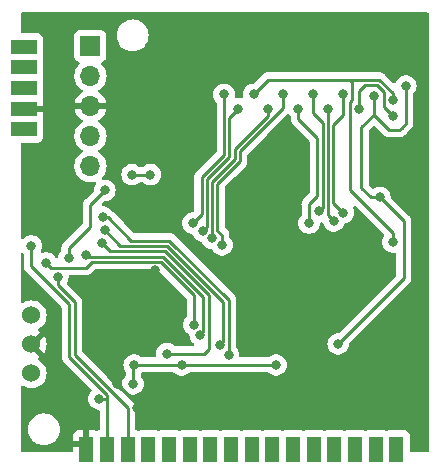
<source format=gbr>
%TF.GenerationSoftware,KiCad,Pcbnew,7.0.5*%
%TF.CreationDate,2024-02-13T07:46:18-05:00*%
%TF.ProjectId,N64SP PCB,4e363453-5020-4504-9342-2e6b69636164,rev?*%
%TF.SameCoordinates,Original*%
%TF.FileFunction,Copper,L2,Bot*%
%TF.FilePolarity,Positive*%
%FSLAX46Y46*%
G04 Gerber Fmt 4.6, Leading zero omitted, Abs format (unit mm)*
G04 Created by KiCad (PCBNEW 7.0.5) date 2024-02-13 07:46:18*
%MOMM*%
%LPD*%
G01*
G04 APERTURE LIST*
%TA.AperFunction,ComponentPad*%
%ADD10R,1.250000X1.250000*%
%TD*%
%TA.AperFunction,ComponentPad*%
%ADD11C,1.524000*%
%TD*%
%TA.AperFunction,ComponentPad*%
%ADD12R,1.700000X1.700000*%
%TD*%
%TA.AperFunction,ComponentPad*%
%ADD13O,1.700000X1.700000*%
%TD*%
%TA.AperFunction,ViaPad*%
%ADD14C,0.800000*%
%TD*%
%TA.AperFunction,Conductor*%
%ADD15C,0.250000*%
%TD*%
G04 APERTURE END LIST*
D10*
%TO.P,TP1,1*%
%TO.N,GND*%
X111150000Y-42000000D03*
X110150000Y-42000000D03*
%TD*%
%TO.P,TP2,1*%
%TO.N,3V3*%
X111150000Y-43750000D03*
X110150000Y-43750000D03*
%TD*%
%TO.P,TP3,1*%
%TO.N,DATA*%
X111150000Y-36750000D03*
X110150000Y-36750000D03*
%TD*%
%TO.P,TP4,1*%
%TO.N,A*%
X133450000Y-70350000D03*
X133450000Y-71350000D03*
%TD*%
%TO.P,TP5,1*%
%TO.N,B*%
X138700000Y-70350000D03*
X138700000Y-71350000D03*
%TD*%
%TO.P,TP6,1*%
%TO.N,S*%
X131700000Y-70350000D03*
X131700000Y-71350000D03*
%TD*%
%TO.P,TP8,1*%
%TO.N,R*%
X111150000Y-38500000D03*
X110150000Y-38500000D03*
%TD*%
%TO.P,TP10,1*%
%TO.N,CL*%
X140450000Y-70350000D03*
X140450000Y-71350000D03*
%TD*%
%TO.P,TP11,1*%
%TO.N,CR*%
X136950000Y-70350000D03*
X136950000Y-71350000D03*
%TD*%
%TO.P,TP12,1*%
%TO.N,CU*%
X142200000Y-70350000D03*
X142200000Y-71350000D03*
%TD*%
%TO.P,TP13,1*%
%TO.N,CD*%
X135200000Y-70350000D03*
X135200000Y-71350000D03*
%TD*%
%TO.P,TP14,1*%
%TO.N,DL*%
X128200000Y-70350000D03*
X128200000Y-71350000D03*
%TD*%
%TO.P,TP15,1*%
%TO.N,DR*%
X124700000Y-70350000D03*
X124700000Y-71350000D03*
%TD*%
%TO.P,TP16,1*%
%TO.N,DU*%
X126450000Y-70350000D03*
X126450000Y-71350000D03*
%TD*%
%TO.P,TP17,1*%
%TO.N,DD*%
X129950000Y-70350000D03*
X129950000Y-71350000D03*
%TD*%
%TO.P,TP18,1*%
%TO.N,SX*%
X121200000Y-70350000D03*
X121200000Y-71350000D03*
%TD*%
%TO.P,TP19,1*%
%TO.N,SY*%
X119450000Y-70350000D03*
X119450000Y-71350000D03*
%TD*%
D11*
%TO.P,Y1,1*%
%TO.N,OSC1*%
X111300000Y-64400000D03*
%TO.P,Y1,2*%
%TO.N,Net-(R1-Pad1)*%
X111300000Y-59500000D03*
%TO.P,Y1,3*%
%TO.N,GND*%
X111300000Y-61950000D03*
%TD*%
D10*
%TO.P,TP9,1*%
%TO.N,Z*%
X111150000Y-40250000D03*
X110150000Y-40250000D03*
%TD*%
%TO.P,TP7,1*%
%TO.N,L*%
X122950000Y-70350000D03*
X122950000Y-71350000D03*
%TD*%
%TO.P,TP20,1*%
%TO.N,GND*%
X115950000Y-70350000D03*
X115950000Y-71350000D03*
%TD*%
%TO.P,TP21,1*%
%TO.N,3V3*%
X117700000Y-70350000D03*
X117700000Y-71350000D03*
%TD*%
D12*
%TO.P,J2,1*%
%TO.N,MCLR*%
X116290000Y-36700000D03*
D13*
%TO.P,J2,2*%
%TO.N,3V3*%
X116290000Y-39240000D03*
%TO.P,J2,3*%
%TO.N,GND*%
X116290000Y-41780000D03*
%TO.P,J2,4*%
%TO.N,Net-(J2-Pad4)*%
X116290000Y-44320000D03*
%TO.P,J2,5*%
%TO.N,Net-(J2-Pad5)*%
X116290000Y-46860000D03*
%TD*%
D14*
%TO.N,MCLR*%
X114460000Y-54660000D03*
X117510000Y-48910000D03*
%TO.N,3V3*%
X117010000Y-66590000D03*
X111290000Y-53610000D03*
X120000000Y-63700000D03*
X132000000Y-63700000D03*
X140300000Y-40900000D03*
X119900000Y-65300000D03*
X142990000Y-40070000D03*
X137260000Y-61930000D03*
X124010000Y-63700000D03*
X140800000Y-49500000D03*
%TO.N,GND*%
X141000000Y-63700000D03*
X142800000Y-46200000D03*
X121800000Y-57700000D03*
X111260000Y-56730000D03*
X111290000Y-49710000D03*
X121800000Y-59800000D03*
X140000000Y-63700000D03*
X123700000Y-36900000D03*
X144000000Y-49300000D03*
X120500000Y-49800000D03*
X120230000Y-67350000D03*
X121800000Y-55700000D03*
X118500000Y-65300000D03*
X114810000Y-66600000D03*
%TO.N,R*%
X119820001Y-47590000D03*
X121375000Y-47580000D03*
%TO.N,SX*%
X122765000Y-62730000D03*
X117250000Y-53400000D03*
%TO.N,SY*%
X113540000Y-56230000D03*
%TO.N,DQ6*%
X124960000Y-51695030D03*
X127600000Y-40800000D03*
%TO.N,DQ7*%
X125800000Y-52360000D03*
X128800000Y-42000000D03*
%TO.N,A10*%
X131300000Y-42000000D03*
X126580870Y-52984696D03*
%TO.N,OE*%
X132600000Y-40800000D03*
X127430000Y-53530000D03*
%TO.N,XA*%
X117370000Y-51180000D03*
X127990000Y-62840000D03*
%TO.N,XB*%
X127265000Y-62020000D03*
X117489231Y-52293926D03*
%TO.N,YB*%
X115920000Y-54390000D03*
X125585000Y-61140000D03*
%TO.N,YA*%
X112543915Y-55048439D03*
X125059507Y-60289201D03*
%TO.N,A11*%
X134800000Y-51700000D03*
X133900000Y-42000000D03*
%TO.N,A9*%
X135100000Y-40800000D03*
X135675000Y-50700000D03*
%TO.N,A8*%
X136400000Y-42000000D03*
X136900000Y-51500000D03*
%TO.N,A13*%
X137700000Y-40800000D03*
X137700000Y-50800000D03*
%TO.N,WE*%
X139000000Y-42000000D03*
X141889990Y-42600000D03*
%TO.N,CE*%
X141900000Y-53300000D03*
X141900000Y-41300000D03*
X130100000Y-40800000D03*
%TD*%
D15*
%TO.N,MCLR*%
X114460000Y-53830000D02*
X114460000Y-54660000D01*
X116290000Y-50130000D02*
X116290000Y-52000000D01*
X116290000Y-52000000D02*
X114460000Y-53830000D01*
X117510000Y-48910000D02*
X116290000Y-50130000D01*
%TO.N,3V3*%
X142820000Y-56370000D02*
X142820000Y-51520000D01*
X139230000Y-48710000D02*
X139230000Y-43570000D01*
X111290000Y-55350000D02*
X111290000Y-53610000D01*
X124010000Y-63700000D02*
X120000000Y-63700000D01*
X142990000Y-43250000D02*
X142635000Y-43605000D01*
X117700000Y-66610000D02*
X117700000Y-70350000D01*
X137260000Y-61930000D02*
X142820000Y-56370000D01*
X119900000Y-65300000D02*
X119900000Y-63800000D01*
X117680000Y-66590000D02*
X117700000Y-66610000D01*
X140020000Y-49500000D02*
X139230000Y-48710000D01*
X142440000Y-43800000D02*
X141600000Y-43800000D01*
X117700000Y-66610000D02*
X117700000Y-66209412D01*
X140300000Y-42500000D02*
X140300000Y-40900000D01*
X114509990Y-63019402D02*
X114509990Y-58569990D01*
X140800000Y-49500000D02*
X140020000Y-49500000D01*
X117010000Y-66590000D02*
X117680000Y-66590000D01*
X124010000Y-63700000D02*
X132000000Y-63700000D01*
X142990000Y-40070000D02*
X142990000Y-43250000D01*
X117700000Y-66209412D02*
X114509990Y-63019402D01*
X119900000Y-63800000D02*
X120000000Y-63700000D01*
X142635000Y-43605000D02*
X142440000Y-43800000D01*
X114509990Y-58569990D02*
X111290000Y-55350000D01*
X142820000Y-51520000D02*
X140800000Y-49500000D01*
X139230000Y-43570000D02*
X140300000Y-42500000D01*
X141600000Y-43800000D02*
X140300000Y-42500000D01*
%TO.N,GND*%
X118500000Y-65300000D02*
X119610000Y-66410000D01*
%TO.N,R*%
X119820001Y-47590000D02*
X121365000Y-47590000D01*
X121365000Y-47590000D02*
X121375000Y-47580000D01*
%TO.N,SX*%
X126310000Y-62350000D02*
X126310000Y-57782820D01*
X122765000Y-62730000D02*
X125930000Y-62730000D01*
X126310000Y-57782820D02*
X122602159Y-54074979D01*
X122602159Y-54074979D02*
X117924979Y-54074979D01*
X125930000Y-62730000D02*
X126310000Y-62350000D01*
X117924979Y-54074979D02*
X117250000Y-53400000D01*
%TO.N,SY*%
X114960000Y-62833002D02*
X119450000Y-67323002D01*
X119450000Y-67323002D02*
X119450000Y-70350000D01*
X113540000Y-56230000D02*
X113540000Y-56963590D01*
X114960000Y-58383590D02*
X114960000Y-62833002D01*
X113540000Y-56963590D02*
X114960000Y-58383590D01*
%TO.N,DQ6*%
X124960000Y-51695030D02*
X125700000Y-50955030D01*
X125700000Y-49230000D02*
X125700000Y-47800000D01*
X127600000Y-45900000D02*
X127600000Y-40800000D01*
X125700000Y-50955030D02*
X125700000Y-50610000D01*
X125700000Y-47800000D02*
X127600000Y-45900000D01*
X125700000Y-49400000D02*
X125700000Y-49230000D01*
X125700000Y-49230000D02*
X125700000Y-50610000D01*
%TO.N,DQ7*%
X126150010Y-52009990D02*
X125800000Y-52360000D01*
X128800000Y-42000000D02*
X128050010Y-42749990D01*
X126150010Y-47986400D02*
X126150010Y-52009990D01*
X128050010Y-42749990D02*
X128050010Y-46086400D01*
X128050010Y-46086400D02*
X126150010Y-47986400D01*
%TO.N,A10*%
X128500020Y-45399980D02*
X131300000Y-42600000D01*
X126600020Y-52965546D02*
X126580870Y-52984696D01*
X126600020Y-48172800D02*
X128500020Y-46272800D01*
X131300000Y-42600000D02*
X131300000Y-42000000D01*
X126600020Y-49772800D02*
X126600020Y-48172800D01*
X126600020Y-49772800D02*
X126600020Y-52965546D01*
X128500020Y-46272800D02*
X128500020Y-45399980D01*
%TO.N,OE*%
X127430000Y-52700000D02*
X127430000Y-53530000D01*
X127050029Y-52320029D02*
X127430000Y-52700000D01*
X128950029Y-46459201D02*
X127050030Y-48359200D01*
X127050030Y-48359200D02*
X127050029Y-52320029D01*
X132600000Y-40800000D02*
X132600000Y-41936410D01*
X132600000Y-41936410D02*
X128950030Y-45586380D01*
X128950030Y-45586380D02*
X128950029Y-46459201D01*
%TO.N,XA*%
X122974959Y-53174959D02*
X119734959Y-53174959D01*
X117740000Y-51180000D02*
X117370000Y-51180000D01*
X119734959Y-53174959D02*
X117740000Y-51180000D01*
X127990000Y-58190000D02*
X122974959Y-53174959D01*
X127990000Y-62840000D02*
X127990000Y-58190000D01*
%TO.N,XB*%
X118820274Y-53624969D02*
X117489231Y-52293926D01*
X127539990Y-61745010D02*
X127539990Y-58376400D01*
X127539990Y-58376400D02*
X122788559Y-53624969D01*
X127265000Y-62020000D02*
X127539990Y-61745010D01*
X122788559Y-53624969D02*
X118820274Y-53624969D01*
%TO.N,YB*%
X125859990Y-57969220D02*
X122415759Y-54524989D01*
X116054989Y-54524989D02*
X115920000Y-54390000D01*
X122415759Y-54524989D02*
X116054989Y-54524989D01*
X125859990Y-60865010D02*
X125859990Y-57969220D01*
X125585000Y-61140000D02*
X125859990Y-60865010D01*
%TO.N,YA*%
X116408003Y-54974999D02*
X115934564Y-55448438D01*
X122229359Y-54974999D02*
X116408003Y-54974999D01*
X125059507Y-57805147D02*
X122229359Y-54974999D01*
X115934564Y-55448438D02*
X112943914Y-55448438D01*
X125059507Y-60289201D02*
X125059507Y-57805147D01*
X112943914Y-55448438D02*
X112543915Y-55048439D01*
%TO.N,A11*%
X133900000Y-42900000D02*
X133900000Y-42000000D01*
X135499980Y-49400020D02*
X135499980Y-44499980D01*
X134800000Y-51700000D02*
X134800000Y-50100000D01*
X135499980Y-44499980D02*
X133900000Y-42900000D01*
X134800000Y-50100000D02*
X135499980Y-49400020D01*
%TO.N,A9*%
X135949990Y-43249990D02*
X135949990Y-50425010D01*
X135100000Y-42400000D02*
X135949990Y-43249990D01*
X135949990Y-50425010D02*
X135675000Y-50700000D01*
X135100000Y-40800000D02*
X135100000Y-42400000D01*
%TO.N,A8*%
X136900000Y-51500000D02*
X136400000Y-51000000D01*
X136400000Y-51000000D02*
X136400000Y-42000000D01*
%TO.N,A13*%
X137700000Y-50800000D02*
X136850010Y-49950010D01*
X137700000Y-42500000D02*
X137700000Y-40800000D01*
X136850010Y-49950010D02*
X136850010Y-43349990D01*
X136850010Y-43349990D02*
X137700000Y-42500000D01*
%TO.N,WE*%
X139500000Y-40000000D02*
X140549998Y-40000000D01*
X139000000Y-40500000D02*
X139500000Y-40000000D01*
X140549998Y-40000000D02*
X141174999Y-40625001D01*
X141174999Y-41885009D02*
X141889990Y-42600000D01*
X139000000Y-42000000D02*
X139000000Y-40500000D01*
X141174999Y-40625001D02*
X141174999Y-41885009D01*
%TO.N,CE*%
X141900000Y-52550000D02*
X138274999Y-48924999D01*
X141900000Y-53300000D02*
X141900000Y-52550000D01*
X138274999Y-41405001D02*
X138425001Y-41254999D01*
X138250010Y-39549990D02*
X131350010Y-39549990D01*
X138425001Y-39724981D02*
X138250010Y-39549990D01*
X138274999Y-48924999D02*
X138274999Y-41405001D01*
X140749990Y-39549990D02*
X138250010Y-39549990D01*
X131350010Y-39549990D02*
X130100000Y-40800000D01*
X141900000Y-40700000D02*
X140749990Y-39549990D01*
X141900000Y-41300000D02*
X141900000Y-40700000D01*
X138425001Y-41254999D02*
X138425001Y-39724981D01*
%TD*%
%TA.AperFunction,Conductor*%
%TO.N,GND*%
G36*
X110609011Y-54212857D02*
G01*
X110620129Y-54223764D01*
X110624131Y-54228209D01*
X110654852Y-54292213D01*
X110656500Y-54312524D01*
X110656500Y-55266146D01*
X110654751Y-55281988D01*
X110655044Y-55282016D01*
X110654298Y-55289908D01*
X110656469Y-55358974D01*
X110656500Y-55360953D01*
X110656500Y-55389851D01*
X110656501Y-55389872D01*
X110657378Y-55396820D01*
X110657844Y-55402732D01*
X110659326Y-55449888D01*
X110659327Y-55449893D01*
X110664977Y-55469339D01*
X110668986Y-55488697D01*
X110671525Y-55508793D01*
X110671526Y-55508799D01*
X110688893Y-55552662D01*
X110690816Y-55558279D01*
X110703982Y-55603593D01*
X110714294Y-55621031D01*
X110722988Y-55638779D01*
X110730444Y-55657609D01*
X110730450Y-55657620D01*
X110758177Y-55695783D01*
X110761437Y-55700746D01*
X110785460Y-55741365D01*
X110799779Y-55755684D01*
X110812617Y-55770714D01*
X110822156Y-55783843D01*
X110824528Y-55787107D01*
X110852794Y-55810491D01*
X110860886Y-55817185D01*
X110865267Y-55821171D01*
X112762908Y-57718812D01*
X113839585Y-58795489D01*
X113873611Y-58857801D01*
X113876490Y-58884584D01*
X113876490Y-62935548D01*
X113874741Y-62951390D01*
X113875034Y-62951418D01*
X113874288Y-62959310D01*
X113876459Y-63028376D01*
X113876490Y-63030355D01*
X113876490Y-63059253D01*
X113876491Y-63059274D01*
X113877368Y-63066222D01*
X113877834Y-63072134D01*
X113879316Y-63119290D01*
X113879317Y-63119295D01*
X113884967Y-63138741D01*
X113888976Y-63158099D01*
X113891515Y-63178195D01*
X113891516Y-63178201D01*
X113908883Y-63222064D01*
X113910806Y-63227681D01*
X113923972Y-63272995D01*
X113934284Y-63290433D01*
X113942978Y-63308181D01*
X113950434Y-63327011D01*
X113950440Y-63327022D01*
X113978167Y-63365185D01*
X113981427Y-63370148D01*
X114005450Y-63410767D01*
X114019769Y-63425086D01*
X114032607Y-63440116D01*
X114042146Y-63453245D01*
X114044518Y-63456509D01*
X114072784Y-63479893D01*
X114080876Y-63486587D01*
X114085257Y-63490573D01*
X115240525Y-64645841D01*
X116364928Y-65770244D01*
X116398954Y-65832556D01*
X116393889Y-65903371D01*
X116369470Y-65943649D01*
X116270961Y-66053054D01*
X116270958Y-66053058D01*
X116175476Y-66218438D01*
X116175473Y-66218445D01*
X116116457Y-66400072D01*
X116096496Y-66590000D01*
X116116457Y-66779927D01*
X116139815Y-66851814D01*
X116175473Y-66961556D01*
X116175476Y-66961561D01*
X116270958Y-67126941D01*
X116270965Y-67126951D01*
X116398744Y-67268864D01*
X116418410Y-67283152D01*
X116553248Y-67381118D01*
X116727712Y-67458794D01*
X116914513Y-67498500D01*
X116940500Y-67498500D01*
X117008621Y-67518502D01*
X117055114Y-67572158D01*
X117066500Y-67624500D01*
X117066500Y-69099518D01*
X117046498Y-69167639D01*
X116992842Y-69214132D01*
X116969488Y-69222138D01*
X116965805Y-69223008D01*
X116868316Y-69259370D01*
X116797500Y-69264434D01*
X116780252Y-69259370D01*
X116684094Y-69223505D01*
X116623597Y-69217000D01*
X116204000Y-69217000D01*
X116204000Y-70064892D01*
X116133843Y-70010287D01*
X116013578Y-69969000D01*
X115918431Y-69969000D01*
X115824579Y-69984661D01*
X115712749Y-70045180D01*
X115696000Y-70063374D01*
X115696000Y-69217000D01*
X115276402Y-69217000D01*
X115215906Y-69223505D01*
X115079035Y-69274555D01*
X115079034Y-69274555D01*
X114962095Y-69362095D01*
X114874555Y-69479034D01*
X114874555Y-69479035D01*
X114823505Y-69615906D01*
X114817000Y-69676402D01*
X114817000Y-70096000D01*
X115665966Y-70096000D01*
X115626629Y-70138731D01*
X115575552Y-70255177D01*
X115565051Y-70381898D01*
X115596266Y-70505162D01*
X115660840Y-70604000D01*
X114817000Y-70604000D01*
X114817000Y-70973500D01*
X114796998Y-71041621D01*
X114743342Y-71088114D01*
X114691000Y-71099500D01*
X110526500Y-71099500D01*
X110458379Y-71079498D01*
X110411886Y-71025842D01*
X110400500Y-70973500D01*
X110400500Y-69149999D01*
X111004341Y-69149999D01*
X111024937Y-69385411D01*
X111086096Y-69613661D01*
X111086098Y-69613665D01*
X111185966Y-69827832D01*
X111321498Y-70021392D01*
X111321502Y-70021397D01*
X111321505Y-70021401D01*
X111488599Y-70188495D01*
X111488603Y-70188498D01*
X111488607Y-70188501D01*
X111682167Y-70324033D01*
X111682166Y-70324033D01*
X111758304Y-70359537D01*
X111896337Y-70423903D01*
X112124592Y-70485063D01*
X112301034Y-70500500D01*
X112301041Y-70500500D01*
X112418959Y-70500500D01*
X112418966Y-70500500D01*
X112595408Y-70485063D01*
X112823663Y-70423903D01*
X113037829Y-70324035D01*
X113231401Y-70188495D01*
X113398495Y-70021401D01*
X113534035Y-69827830D01*
X113633903Y-69613663D01*
X113695063Y-69385408D01*
X113715659Y-69150000D01*
X113695063Y-68914592D01*
X113633903Y-68686337D01*
X113534035Y-68472171D01*
X113534034Y-68472169D01*
X113534033Y-68472167D01*
X113398501Y-68278607D01*
X113398497Y-68278602D01*
X113398495Y-68278599D01*
X113231401Y-68111505D01*
X113231397Y-68111502D01*
X113231392Y-68111498D01*
X113037832Y-67975966D01*
X113037833Y-67975966D01*
X112823665Y-67876098D01*
X112823661Y-67876096D01*
X112595411Y-67814937D01*
X112542475Y-67810305D01*
X112418966Y-67799500D01*
X112301034Y-67799500D01*
X112188752Y-67809323D01*
X112124588Y-67814937D01*
X111896338Y-67876096D01*
X111896334Y-67876098D01*
X111682167Y-67975966D01*
X111488607Y-68111498D01*
X111488596Y-68111507D01*
X111321507Y-68278596D01*
X111321502Y-68278602D01*
X111185965Y-68472169D01*
X111086098Y-68686334D01*
X111086096Y-68686338D01*
X111024937Y-68914588D01*
X111004341Y-69149999D01*
X110400500Y-69149999D01*
X110400499Y-65563200D01*
X110420501Y-65495079D01*
X110474157Y-65448586D01*
X110544431Y-65438482D01*
X110598768Y-65459986D01*
X110662323Y-65504488D01*
X110863804Y-65598440D01*
X111078537Y-65655978D01*
X111300000Y-65675353D01*
X111521463Y-65655978D01*
X111736196Y-65598440D01*
X111937677Y-65504488D01*
X112119781Y-65376977D01*
X112276977Y-65219781D01*
X112404488Y-65037677D01*
X112498440Y-64836196D01*
X112555978Y-64621463D01*
X112575353Y-64400000D01*
X112555978Y-64178537D01*
X112498440Y-63963804D01*
X112404488Y-63762324D01*
X112276977Y-63580219D01*
X112119781Y-63423023D01*
X112119777Y-63423020D01*
X112119772Y-63423016D01*
X111937677Y-63295512D01*
X111937671Y-63295509D01*
X111923534Y-63288916D01*
X111870250Y-63241997D01*
X111850792Y-63173719D01*
X111871336Y-63105760D01*
X111923544Y-63060526D01*
X111937421Y-63054055D01*
X111937426Y-63054052D01*
X112000603Y-63009814D01*
X112000603Y-63009812D01*
X111321791Y-62331000D01*
X111331569Y-62331000D01*
X111425421Y-62315339D01*
X111537251Y-62254820D01*
X111623371Y-62161269D01*
X111674448Y-62044823D01*
X111680538Y-61971329D01*
X112359812Y-62650603D01*
X112359814Y-62650603D01*
X112404052Y-62587426D01*
X112404053Y-62587425D01*
X112497966Y-62386027D01*
X112497968Y-62386023D01*
X112555482Y-62171374D01*
X112574850Y-61949999D01*
X112555482Y-61728625D01*
X112497968Y-61513976D01*
X112497966Y-61513972D01*
X112404051Y-61312571D01*
X112359815Y-61249395D01*
X112359813Y-61249395D01*
X111684392Y-61924816D01*
X111684949Y-61918102D01*
X111653734Y-61794838D01*
X111584187Y-61688388D01*
X111483843Y-61610287D01*
X111363578Y-61569000D01*
X111321789Y-61569000D01*
X112000603Y-60890186D01*
X112000603Y-60890184D01*
X111937425Y-60845946D01*
X111937421Y-60845944D01*
X111923539Y-60839471D01*
X111870253Y-60792554D01*
X111850792Y-60724277D01*
X111871334Y-60656317D01*
X111923539Y-60611081D01*
X111937671Y-60604491D01*
X111937672Y-60604490D01*
X111937677Y-60604488D01*
X112119781Y-60476977D01*
X112276977Y-60319781D01*
X112404488Y-60137677D01*
X112498440Y-59936196D01*
X112555978Y-59721463D01*
X112575353Y-59500000D01*
X112555978Y-59278537D01*
X112498440Y-59063804D01*
X112404488Y-58862324D01*
X112276977Y-58680219D01*
X112119781Y-58523023D01*
X112119777Y-58523020D01*
X112119772Y-58523016D01*
X111937677Y-58395512D01*
X111937675Y-58395511D01*
X111736199Y-58301561D01*
X111736193Y-58301559D01*
X111669538Y-58283699D01*
X111521463Y-58244022D01*
X111300000Y-58224647D01*
X111078537Y-58244022D01*
X111003031Y-58264254D01*
X110863806Y-58301559D01*
X110863801Y-58301561D01*
X110662324Y-58395511D01*
X110598769Y-58440013D01*
X110531495Y-58462700D01*
X110462634Y-58445414D01*
X110414051Y-58393644D01*
X110400499Y-58336799D01*
X110400499Y-56221110D01*
X110400499Y-54308077D01*
X110420501Y-54239960D01*
X110474157Y-54193467D01*
X110544431Y-54183363D01*
X110609011Y-54212857D01*
G37*
%TD.AperFunction*%
%TA.AperFunction,Conductor*%
G36*
X144891621Y-33870502D02*
G01*
X144938114Y-33924158D01*
X144949500Y-33976500D01*
X144949500Y-70973500D01*
X144929498Y-71041621D01*
X144875842Y-71088114D01*
X144823500Y-71099500D01*
X143459500Y-71099500D01*
X143391379Y-71079498D01*
X143344886Y-71025842D01*
X143333500Y-70973500D01*
X143333500Y-69676367D01*
X143333499Y-69676350D01*
X143326990Y-69615803D01*
X143326988Y-69615795D01*
X143275978Y-69479035D01*
X143275889Y-69478796D01*
X143275888Y-69478794D01*
X143275887Y-69478792D01*
X143188261Y-69361738D01*
X143071207Y-69274112D01*
X143071202Y-69274110D01*
X142934204Y-69223011D01*
X142934196Y-69223009D01*
X142873649Y-69216500D01*
X142873638Y-69216500D01*
X141526362Y-69216500D01*
X141526350Y-69216500D01*
X141465803Y-69223009D01*
X141465795Y-69223011D01*
X141369033Y-69259103D01*
X141298217Y-69264169D01*
X141280967Y-69259103D01*
X141184204Y-69223011D01*
X141184196Y-69223009D01*
X141123649Y-69216500D01*
X141123638Y-69216500D01*
X139776362Y-69216500D01*
X139776350Y-69216500D01*
X139715803Y-69223009D01*
X139715802Y-69223010D01*
X139715799Y-69223010D01*
X139715799Y-69223011D01*
X139619030Y-69259104D01*
X139548216Y-69264169D01*
X139530971Y-69259104D01*
X139434201Y-69223011D01*
X139434196Y-69223009D01*
X139373649Y-69216500D01*
X139373638Y-69216500D01*
X138026362Y-69216500D01*
X138026350Y-69216500D01*
X137965803Y-69223009D01*
X137965795Y-69223011D01*
X137869033Y-69259103D01*
X137798217Y-69264169D01*
X137780967Y-69259103D01*
X137684204Y-69223011D01*
X137684196Y-69223009D01*
X137623649Y-69216500D01*
X137623638Y-69216500D01*
X136276362Y-69216500D01*
X136276350Y-69216500D01*
X136215803Y-69223009D01*
X136215795Y-69223011D01*
X136119033Y-69259103D01*
X136048217Y-69264169D01*
X136030967Y-69259103D01*
X135934204Y-69223011D01*
X135934196Y-69223009D01*
X135873649Y-69216500D01*
X135873638Y-69216500D01*
X134526362Y-69216500D01*
X134526350Y-69216500D01*
X134465803Y-69223009D01*
X134465802Y-69223010D01*
X134465799Y-69223010D01*
X134465799Y-69223011D01*
X134369030Y-69259104D01*
X134298216Y-69264169D01*
X134280971Y-69259104D01*
X134184201Y-69223011D01*
X134184196Y-69223009D01*
X134123649Y-69216500D01*
X134123638Y-69216500D01*
X132776362Y-69216500D01*
X132776350Y-69216500D01*
X132715803Y-69223009D01*
X132715795Y-69223011D01*
X132619033Y-69259103D01*
X132548217Y-69264169D01*
X132530967Y-69259103D01*
X132434204Y-69223011D01*
X132434196Y-69223009D01*
X132373649Y-69216500D01*
X132373638Y-69216500D01*
X131026362Y-69216500D01*
X131026350Y-69216500D01*
X130965803Y-69223009D01*
X130965795Y-69223011D01*
X130869033Y-69259103D01*
X130798217Y-69264169D01*
X130780967Y-69259103D01*
X130684204Y-69223011D01*
X130684196Y-69223009D01*
X130623649Y-69216500D01*
X130623638Y-69216500D01*
X129276362Y-69216500D01*
X129276350Y-69216500D01*
X129215803Y-69223009D01*
X129215802Y-69223010D01*
X129215799Y-69223010D01*
X129215799Y-69223011D01*
X129119030Y-69259104D01*
X129048216Y-69264169D01*
X129030971Y-69259104D01*
X128934201Y-69223011D01*
X128934196Y-69223009D01*
X128873649Y-69216500D01*
X128873638Y-69216500D01*
X127526362Y-69216500D01*
X127526350Y-69216500D01*
X127465803Y-69223009D01*
X127465795Y-69223011D01*
X127369033Y-69259103D01*
X127298217Y-69264169D01*
X127280967Y-69259103D01*
X127184204Y-69223011D01*
X127184196Y-69223009D01*
X127123649Y-69216500D01*
X127123638Y-69216500D01*
X125776362Y-69216500D01*
X125776350Y-69216500D01*
X125715803Y-69223009D01*
X125715802Y-69223010D01*
X125715799Y-69223010D01*
X125715799Y-69223011D01*
X125619030Y-69259104D01*
X125548216Y-69264169D01*
X125530971Y-69259104D01*
X125434201Y-69223011D01*
X125434196Y-69223009D01*
X125373649Y-69216500D01*
X125373638Y-69216500D01*
X124026362Y-69216500D01*
X124026350Y-69216500D01*
X123965803Y-69223009D01*
X123965795Y-69223011D01*
X123869033Y-69259103D01*
X123798217Y-69264169D01*
X123780967Y-69259103D01*
X123684204Y-69223011D01*
X123684196Y-69223009D01*
X123623649Y-69216500D01*
X123623638Y-69216500D01*
X122276362Y-69216500D01*
X122276350Y-69216500D01*
X122215803Y-69223009D01*
X122215795Y-69223011D01*
X122119033Y-69259103D01*
X122048217Y-69264169D01*
X122030967Y-69259103D01*
X121934204Y-69223011D01*
X121934196Y-69223009D01*
X121873649Y-69216500D01*
X121873638Y-69216500D01*
X120526362Y-69216500D01*
X120526350Y-69216500D01*
X120465803Y-69223009D01*
X120465799Y-69223010D01*
X120369031Y-69259103D01*
X120298215Y-69264167D01*
X120280966Y-69259103D01*
X120184191Y-69223007D01*
X120180512Y-69222138D01*
X120177956Y-69220682D01*
X120176816Y-69220257D01*
X120176884Y-69220072D01*
X120118820Y-69187000D01*
X120085919Y-69124087D01*
X120083500Y-69099518D01*
X120083500Y-68278596D01*
X120083499Y-67406845D01*
X120085249Y-67391013D01*
X120084956Y-67390986D01*
X120085702Y-67383093D01*
X120083531Y-67314013D01*
X120083500Y-67312034D01*
X120083500Y-67283152D01*
X120083500Y-67283146D01*
X120082620Y-67276184D01*
X120082156Y-67270295D01*
X120080674Y-67223113D01*
X120075017Y-67203644D01*
X120071012Y-67184300D01*
X120068474Y-67164205D01*
X120051100Y-67120324D01*
X120049181Y-67114718D01*
X120036018Y-67069409D01*
X120025706Y-67051972D01*
X120017010Y-67034223D01*
X120009552Y-67015385D01*
X119981812Y-66977205D01*
X119978564Y-66972260D01*
X119954542Y-66931640D01*
X119940214Y-66917312D01*
X119927384Y-66902291D01*
X119915472Y-66885895D01*
X119915469Y-66885893D01*
X119915469Y-66885892D01*
X119879107Y-66855810D01*
X119874726Y-66851824D01*
X119330513Y-66307611D01*
X119296488Y-66245300D01*
X119301553Y-66174485D01*
X119344100Y-66117649D01*
X119410620Y-66092838D01*
X119470855Y-66103409D01*
X119617712Y-66168794D01*
X119804513Y-66208500D01*
X119995487Y-66208500D01*
X120182288Y-66168794D01*
X120356752Y-66091118D01*
X120511253Y-65978866D01*
X120511255Y-65978864D01*
X120639034Y-65836951D01*
X120639035Y-65836949D01*
X120639040Y-65836944D01*
X120734527Y-65671556D01*
X120793542Y-65489928D01*
X120813504Y-65300000D01*
X120793542Y-65110072D01*
X120734527Y-64928444D01*
X120639040Y-64763056D01*
X120565863Y-64681784D01*
X120535146Y-64617776D01*
X120533500Y-64597474D01*
X120533500Y-64499557D01*
X120553502Y-64431436D01*
X120585439Y-64397621D01*
X120611253Y-64378866D01*
X120614562Y-64375190D01*
X120675009Y-64337950D01*
X120708200Y-64333500D01*
X123301800Y-64333500D01*
X123369921Y-64353502D01*
X123395437Y-64375190D01*
X123398747Y-64378866D01*
X123553248Y-64491118D01*
X123727712Y-64568794D01*
X123914513Y-64608500D01*
X124105487Y-64608500D01*
X124292288Y-64568794D01*
X124466752Y-64491118D01*
X124621253Y-64378866D01*
X124624562Y-64375190D01*
X124685009Y-64337950D01*
X124718200Y-64333500D01*
X131291800Y-64333500D01*
X131359921Y-64353502D01*
X131385437Y-64375190D01*
X131388747Y-64378866D01*
X131543248Y-64491118D01*
X131717712Y-64568794D01*
X131904513Y-64608500D01*
X132095487Y-64608500D01*
X132282288Y-64568794D01*
X132456752Y-64491118D01*
X132611253Y-64378866D01*
X132739040Y-64236944D01*
X132834527Y-64071556D01*
X132893542Y-63889928D01*
X132913504Y-63700000D01*
X132893542Y-63510072D01*
X132834527Y-63328444D01*
X132739040Y-63163056D01*
X132739038Y-63163054D01*
X132739034Y-63163048D01*
X132611255Y-63021135D01*
X132456752Y-62908882D01*
X132282288Y-62831206D01*
X132095487Y-62791500D01*
X131904513Y-62791500D01*
X131717711Y-62831206D01*
X131543247Y-62908882D01*
X131388747Y-63021133D01*
X131385437Y-63024810D01*
X131324991Y-63062050D01*
X131291800Y-63066500D01*
X129019635Y-63066500D01*
X128951514Y-63046498D01*
X128905021Y-62992842D01*
X128894325Y-62927329D01*
X128903504Y-62840000D01*
X128883542Y-62650072D01*
X128824527Y-62468444D01*
X128729040Y-62303056D01*
X128685608Y-62254820D01*
X128655862Y-62221783D01*
X128625145Y-62157775D01*
X128623499Y-62137473D01*
X128623499Y-60289201D01*
X128623499Y-58273845D01*
X128625249Y-58258014D01*
X128624956Y-58257987D01*
X128625701Y-58250094D01*
X128625702Y-58250091D01*
X128623531Y-58181024D01*
X128623500Y-58179045D01*
X128623500Y-58150149D01*
X128623500Y-58150144D01*
X128622619Y-58143178D01*
X128622155Y-58137282D01*
X128620673Y-58090111D01*
X128615022Y-58070664D01*
X128611012Y-58051300D01*
X128608474Y-58031203D01*
X128591097Y-57987314D01*
X128589183Y-57981723D01*
X128576018Y-57936407D01*
X128565706Y-57918970D01*
X128557010Y-57901221D01*
X128549552Y-57882383D01*
X128521812Y-57844203D01*
X128518564Y-57839258D01*
X128494542Y-57798638D01*
X128480214Y-57784310D01*
X128467384Y-57769289D01*
X128455472Y-57752893D01*
X128455469Y-57752891D01*
X128455469Y-57752890D01*
X128419107Y-57722808D01*
X128414726Y-57718822D01*
X123482203Y-52786298D01*
X123472238Y-52773860D01*
X123472011Y-52774049D01*
X123466960Y-52767943D01*
X123466959Y-52767941D01*
X123416585Y-52720637D01*
X123415196Y-52719291D01*
X123404949Y-52709044D01*
X123394735Y-52698829D01*
X123394731Y-52698825D01*
X123389184Y-52694522D01*
X123384676Y-52690671D01*
X123350284Y-52658376D01*
X123350278Y-52658372D01*
X123332522Y-52648610D01*
X123316006Y-52637761D01*
X123300000Y-52625345D01*
X123261073Y-52608500D01*
X123256699Y-52606607D01*
X123251367Y-52603995D01*
X123210020Y-52581264D01*
X123190395Y-52576225D01*
X123171695Y-52569823D01*
X123169315Y-52568793D01*
X123153104Y-52561778D01*
X123153102Y-52561777D01*
X123153101Y-52561777D01*
X123106501Y-52554396D01*
X123100688Y-52553192D01*
X123054989Y-52541459D01*
X123034735Y-52541459D01*
X123015025Y-52539908D01*
X122995016Y-52536739D01*
X122995015Y-52536739D01*
X122948042Y-52541179D01*
X122942109Y-52541459D01*
X120049553Y-52541459D01*
X119981432Y-52521457D01*
X119960458Y-52504554D01*
X119150934Y-51695030D01*
X124046496Y-51695030D01*
X124066457Y-51884957D01*
X124096526Y-51977500D01*
X124125473Y-52066586D01*
X124128345Y-52071561D01*
X124220958Y-52231971D01*
X124220965Y-52231981D01*
X124348744Y-52373894D01*
X124374192Y-52392383D01*
X124503248Y-52486148D01*
X124677712Y-52563824D01*
X124848419Y-52600109D01*
X124857122Y-52601959D01*
X124919596Y-52635688D01*
X124950757Y-52686267D01*
X124961925Y-52720638D01*
X124965475Y-52731561D01*
X125060958Y-52896941D01*
X125060965Y-52896951D01*
X125188744Y-53038864D01*
X125188747Y-53038866D01*
X125343248Y-53151118D01*
X125517712Y-53228794D01*
X125630406Y-53252748D01*
X125647662Y-53256416D01*
X125710136Y-53290145D01*
X125741297Y-53340723D01*
X125746344Y-53356255D01*
X125841828Y-53521637D01*
X125841835Y-53521647D01*
X125969614Y-53663560D01*
X126017644Y-53698456D01*
X126124118Y-53775814D01*
X126298582Y-53853490D01*
X126485383Y-53893196D01*
X126517901Y-53893196D01*
X126586022Y-53913198D01*
X126627018Y-53956194D01*
X126640107Y-53978864D01*
X126690958Y-54066941D01*
X126690965Y-54066951D01*
X126818744Y-54208864D01*
X126845369Y-54228208D01*
X126973248Y-54321118D01*
X127147712Y-54398794D01*
X127334513Y-54438500D01*
X127525487Y-54438500D01*
X127712288Y-54398794D01*
X127886752Y-54321118D01*
X128041253Y-54208866D01*
X128049011Y-54200250D01*
X128169034Y-54066951D01*
X128169035Y-54066949D01*
X128169040Y-54066944D01*
X128264527Y-53901556D01*
X128323542Y-53719928D01*
X128343504Y-53530000D01*
X128323542Y-53340072D01*
X128264527Y-53158444D01*
X128200868Y-53048185D01*
X128169042Y-52993059D01*
X128169041Y-52993058D01*
X128169040Y-52993056D01*
X128095863Y-52911784D01*
X128065146Y-52847776D01*
X128063500Y-52827474D01*
X128063500Y-52783855D01*
X128065249Y-52768014D01*
X128064956Y-52767987D01*
X128065702Y-52760093D01*
X128063531Y-52691023D01*
X128063500Y-52689044D01*
X128063500Y-52660149D01*
X128063500Y-52660144D01*
X128062619Y-52653178D01*
X128062155Y-52647282D01*
X128060673Y-52600110D01*
X128055022Y-52580663D01*
X128051012Y-52561300D01*
X128050140Y-52554396D01*
X128048474Y-52541203D01*
X128048464Y-52541179D01*
X128033963Y-52504554D01*
X128031099Y-52497320D01*
X128029179Y-52491711D01*
X128029007Y-52491118D01*
X128016018Y-52446407D01*
X128005706Y-52428970D01*
X127997010Y-52411221D01*
X127989552Y-52392383D01*
X127961812Y-52354203D01*
X127958564Y-52349258D01*
X127934542Y-52308638D01*
X127920214Y-52294310D01*
X127907384Y-52279289D01*
X127895472Y-52262893D01*
X127895469Y-52262891D01*
X127895469Y-52262890D01*
X127859109Y-52232809D01*
X127854728Y-52228823D01*
X127720433Y-52094528D01*
X127686407Y-52032216D01*
X127683528Y-52005442D01*
X127683529Y-48673794D01*
X127703531Y-48605673D01*
X127720434Y-48584699D01*
X128525206Y-47779927D01*
X129338689Y-46966443D01*
X129351125Y-46956482D01*
X129350937Y-46956254D01*
X129357041Y-46951203D01*
X129357046Y-46951201D01*
X129404377Y-46900797D01*
X129405693Y-46899439D01*
X129426163Y-46878971D01*
X129430457Y-46873433D01*
X129434302Y-46868930D01*
X129466615Y-46834523D01*
X129476375Y-46816767D01*
X129487227Y-46800245D01*
X129499642Y-46784242D01*
X129518375Y-46740949D01*
X129520990Y-46735613D01*
X129528911Y-46721206D01*
X129543724Y-46694262D01*
X129548761Y-46674639D01*
X129555168Y-46655927D01*
X129563210Y-46637346D01*
X129570592Y-46590727D01*
X129571791Y-46584943D01*
X129583529Y-46539232D01*
X129583529Y-46518969D01*
X129585080Y-46499259D01*
X129588248Y-46479258D01*
X129583809Y-46432291D01*
X129583529Y-46426359D01*
X129583529Y-45900974D01*
X129603531Y-45832853D01*
X129620434Y-45811879D01*
X131243656Y-44188657D01*
X132947638Y-42484675D01*
X133009948Y-42450651D01*
X133080763Y-42455716D01*
X133137599Y-42498263D01*
X133145844Y-42510762D01*
X133156854Y-42529832D01*
X133160960Y-42536944D01*
X133160965Y-42536951D01*
X133234135Y-42618214D01*
X133264853Y-42682221D01*
X133266499Y-42702524D01*
X133266499Y-42816152D01*
X133264751Y-42831993D01*
X133265043Y-42832021D01*
X133264297Y-42839906D01*
X133266469Y-42908973D01*
X133266500Y-42910953D01*
X133266500Y-42939851D01*
X133266501Y-42939872D01*
X133267378Y-42946820D01*
X133267844Y-42952732D01*
X133269326Y-42999888D01*
X133269327Y-42999893D01*
X133274977Y-43019339D01*
X133278986Y-43038697D01*
X133281525Y-43058793D01*
X133281526Y-43058799D01*
X133298893Y-43102662D01*
X133300816Y-43108279D01*
X133313982Y-43153593D01*
X133324294Y-43171031D01*
X133332988Y-43188779D01*
X133340444Y-43207609D01*
X133340450Y-43207620D01*
X133368177Y-43245783D01*
X133371437Y-43250746D01*
X133395460Y-43291365D01*
X133409779Y-43305684D01*
X133422617Y-43320714D01*
X133429385Y-43330028D01*
X133434528Y-43337107D01*
X133462794Y-43360491D01*
X133470886Y-43367185D01*
X133475267Y-43371171D01*
X134196001Y-44091904D01*
X134829575Y-44725478D01*
X134863600Y-44787790D01*
X134866480Y-44814573D01*
X134866480Y-49085423D01*
X134846478Y-49153544D01*
X134829575Y-49174519D01*
X134411333Y-49592760D01*
X134398901Y-49602721D01*
X134399089Y-49602948D01*
X134392979Y-49608002D01*
X134345694Y-49658355D01*
X134344319Y-49659774D01*
X134323863Y-49680231D01*
X134319560Y-49685777D01*
X134315714Y-49690279D01*
X134283417Y-49724674D01*
X134283411Y-49724683D01*
X134273651Y-49742435D01*
X134262803Y-49758950D01*
X134250386Y-49774958D01*
X134231645Y-49818264D01*
X134229034Y-49823594D01*
X134206305Y-49864939D01*
X134206303Y-49864944D01*
X134201267Y-49884559D01*
X134194864Y-49903262D01*
X134186819Y-49921852D01*
X134179437Y-49968456D01*
X134178233Y-49974268D01*
X134166500Y-50019968D01*
X134166500Y-50040223D01*
X134164949Y-50059933D01*
X134161780Y-50079942D01*
X134161780Y-50079943D01*
X134166220Y-50126917D01*
X134166500Y-50132850D01*
X134166500Y-50997474D01*
X134146498Y-51065595D01*
X134134137Y-51081784D01*
X134060957Y-51163059D01*
X133965476Y-51328438D01*
X133965473Y-51328445D01*
X133906457Y-51510072D01*
X133886496Y-51699999D01*
X133906457Y-51889927D01*
X133922921Y-51940595D01*
X133965473Y-52071556D01*
X133965476Y-52071561D01*
X134060958Y-52236941D01*
X134060965Y-52236951D01*
X134188744Y-52378864D01*
X134233273Y-52411216D01*
X134343248Y-52491118D01*
X134517712Y-52568794D01*
X134704513Y-52608500D01*
X134895487Y-52608500D01*
X135082288Y-52568794D01*
X135256752Y-52491118D01*
X135411253Y-52378866D01*
X135474487Y-52308638D01*
X135539034Y-52236951D01*
X135539035Y-52236949D01*
X135539040Y-52236944D01*
X135634527Y-52071556D01*
X135693542Y-51889928D01*
X135712469Y-51709838D01*
X135739482Y-51644184D01*
X135797703Y-51603554D01*
X135811570Y-51599767D01*
X135856453Y-51590227D01*
X135927242Y-51595629D01*
X135983875Y-51638446D01*
X136004277Y-51683692D01*
X136004417Y-51683647D01*
X136004829Y-51684917D01*
X136005896Y-51687282D01*
X136006459Y-51689932D01*
X136012492Y-51708500D01*
X136065473Y-51871556D01*
X136065475Y-51871559D01*
X136065476Y-51871561D01*
X136160958Y-52036941D01*
X136160965Y-52036951D01*
X136288744Y-52178864D01*
X136288747Y-52178866D01*
X136443248Y-52291118D01*
X136617712Y-52368794D01*
X136804513Y-52408500D01*
X136995487Y-52408500D01*
X137182288Y-52368794D01*
X137356752Y-52291118D01*
X137511253Y-52178866D01*
X137607871Y-52071561D01*
X137639034Y-52036951D01*
X137639035Y-52036949D01*
X137639040Y-52036944D01*
X137734527Y-51871556D01*
X137764436Y-51779506D01*
X137804508Y-51720902D01*
X137858069Y-51695197D01*
X137982288Y-51668794D01*
X138156752Y-51591118D01*
X138311253Y-51478866D01*
X138316365Y-51473189D01*
X138439034Y-51336951D01*
X138439035Y-51336949D01*
X138439040Y-51336944D01*
X138534527Y-51171556D01*
X138593542Y-50989928D01*
X138613504Y-50800000D01*
X138593542Y-50610072D01*
X138534527Y-50428444D01*
X138534520Y-50428433D01*
X138531840Y-50422410D01*
X138534600Y-50421180D01*
X138520920Y-50364979D01*
X138544088Y-50297869D01*
X138599861Y-50253938D01*
X138670531Y-50247134D01*
X138733660Y-50279617D01*
X138735877Y-50281781D01*
X141113162Y-52659066D01*
X141147188Y-52721378D01*
X141142123Y-52792193D01*
X141133186Y-52811161D01*
X141065476Y-52928438D01*
X141065473Y-52928445D01*
X141006457Y-53110072D01*
X140986496Y-53299999D01*
X141006457Y-53489927D01*
X141036526Y-53582470D01*
X141065473Y-53671556D01*
X141065476Y-53671561D01*
X141160958Y-53836941D01*
X141160965Y-53836951D01*
X141288744Y-53978864D01*
X141312261Y-53995950D01*
X141443248Y-54091118D01*
X141617712Y-54168794D01*
X141804513Y-54208500D01*
X141995491Y-54208500D01*
X142034302Y-54200250D01*
X142105093Y-54205651D01*
X142161726Y-54248467D01*
X142186220Y-54315104D01*
X142186500Y-54323496D01*
X142186500Y-56055405D01*
X142166498Y-56123526D01*
X142149595Y-56144500D01*
X137309500Y-60984595D01*
X137247188Y-61018621D01*
X137220405Y-61021500D01*
X137164513Y-61021500D01*
X136977711Y-61061206D01*
X136803247Y-61138882D01*
X136648744Y-61251135D01*
X136520965Y-61393048D01*
X136520958Y-61393058D01*
X136425476Y-61558438D01*
X136425473Y-61558445D01*
X136366457Y-61740072D01*
X136346496Y-61929999D01*
X136366457Y-62119927D01*
X136396248Y-62211612D01*
X136425473Y-62301556D01*
X136425476Y-62301561D01*
X136520958Y-62466941D01*
X136520965Y-62466951D01*
X136648744Y-62608864D01*
X136648747Y-62608866D01*
X136803248Y-62721118D01*
X136977712Y-62798794D01*
X137164513Y-62838500D01*
X137355487Y-62838500D01*
X137542288Y-62798794D01*
X137716752Y-62721118D01*
X137871253Y-62608866D01*
X137928587Y-62545190D01*
X137999034Y-62466951D01*
X137999035Y-62466949D01*
X137999040Y-62466944D01*
X138094527Y-62301556D01*
X138153542Y-62119928D01*
X138170907Y-61954703D01*
X138197920Y-61889048D01*
X138207113Y-61878789D01*
X143208657Y-56877245D01*
X143221092Y-56867284D01*
X143220905Y-56867057D01*
X143227016Y-56862001D01*
X143227015Y-56862001D01*
X143227018Y-56862000D01*
X143274352Y-56811592D01*
X143275667Y-56810235D01*
X143296134Y-56789770D01*
X143300429Y-56784232D01*
X143304271Y-56779731D01*
X143336586Y-56745321D01*
X143346345Y-56727567D01*
X143357197Y-56711046D01*
X143369613Y-56695041D01*
X143388347Y-56651748D01*
X143390961Y-56646412D01*
X143413694Y-56605061D01*
X143413695Y-56605060D01*
X143418733Y-56585435D01*
X143425138Y-56566730D01*
X143433181Y-56548145D01*
X143440563Y-56501525D01*
X143441761Y-56495744D01*
X143453500Y-56450030D01*
X143453500Y-56429769D01*
X143455051Y-56410058D01*
X143458219Y-56390056D01*
X143453780Y-56343089D01*
X143453500Y-56337157D01*
X143453500Y-51603849D01*
X143455249Y-51588012D01*
X143454955Y-51587985D01*
X143455701Y-51580092D01*
X143453531Y-51511042D01*
X143453500Y-51509063D01*
X143453500Y-51480151D01*
X143453500Y-51480144D01*
X143452620Y-51473185D01*
X143452155Y-51467280D01*
X143450673Y-51420110D01*
X143445022Y-51400663D01*
X143441012Y-51381300D01*
X143438474Y-51361203D01*
X143421100Y-51317323D01*
X143419184Y-51311725D01*
X143406018Y-51266406D01*
X143395700Y-51248961D01*
X143387005Y-51231209D01*
X143379553Y-51212385D01*
X143379550Y-51212379D01*
X143351818Y-51174210D01*
X143348562Y-51169253D01*
X143324542Y-51128637D01*
X143324540Y-51128635D01*
X143324540Y-51128634D01*
X143310218Y-51114312D01*
X143297377Y-51099279D01*
X143285471Y-51082892D01*
X143264562Y-51065595D01*
X143249108Y-51052810D01*
X143244736Y-51048831D01*
X141747121Y-49551215D01*
X141713095Y-49488904D01*
X141710908Y-49475306D01*
X141693542Y-49310072D01*
X141634527Y-49128444D01*
X141539040Y-48963056D01*
X141539038Y-48963054D01*
X141539034Y-48963048D01*
X141411255Y-48821135D01*
X141256752Y-48708882D01*
X141082288Y-48631206D01*
X140895487Y-48591500D01*
X140704513Y-48591500D01*
X140517711Y-48631206D01*
X140343247Y-48708882D01*
X140303777Y-48737559D01*
X140236909Y-48761417D01*
X140167758Y-48745336D01*
X140140621Y-48724717D01*
X140037508Y-48621604D01*
X139900404Y-48484499D01*
X139866379Y-48422187D01*
X139863500Y-48395404D01*
X139863500Y-43884594D01*
X139883502Y-43816473D01*
X139900405Y-43795499D01*
X140210905Y-43484999D01*
X140273217Y-43450973D01*
X140344032Y-43456038D01*
X140389095Y-43484999D01*
X141092753Y-44188657D01*
X141102720Y-44201097D01*
X141102947Y-44200910D01*
X141107999Y-44207017D01*
X141158388Y-44254335D01*
X141159777Y-44255681D01*
X141180231Y-44276135D01*
X141185770Y-44280431D01*
X141190282Y-44284285D01*
X141211853Y-44304542D01*
X141224678Y-44316585D01*
X141224682Y-44316588D01*
X141242430Y-44326345D01*
X141258957Y-44337201D01*
X141274960Y-44349614D01*
X141318259Y-44368351D01*
X141323585Y-44370960D01*
X141364935Y-44393693D01*
X141364938Y-44393694D01*
X141364940Y-44393695D01*
X141384562Y-44398733D01*
X141403263Y-44405135D01*
X141415814Y-44410567D01*
X141421852Y-44413180D01*
X141421853Y-44413180D01*
X141421855Y-44413181D01*
X141468477Y-44420564D01*
X141474262Y-44421763D01*
X141519970Y-44433500D01*
X141540224Y-44433500D01*
X141559934Y-44435051D01*
X141562141Y-44435400D01*
X141579943Y-44438220D01*
X141614472Y-44434956D01*
X141626917Y-44433780D01*
X141632850Y-44433500D01*
X142356147Y-44433500D01*
X142371988Y-44435249D01*
X142372016Y-44434956D01*
X142379901Y-44435700D01*
X142379909Y-44435702D01*
X142441208Y-44433775D01*
X142448976Y-44433531D01*
X142450955Y-44433500D01*
X142479851Y-44433500D01*
X142479856Y-44433500D01*
X142486818Y-44432619D01*
X142492719Y-44432154D01*
X142539889Y-44430673D01*
X142559347Y-44425019D01*
X142578694Y-44421013D01*
X142598797Y-44418474D01*
X142642679Y-44401099D01*
X142648274Y-44399183D01*
X142676816Y-44390891D01*
X142693591Y-44386019D01*
X142693595Y-44386017D01*
X142711026Y-44375708D01*
X142728780Y-44367009D01*
X142747617Y-44359552D01*
X142785786Y-44331818D01*
X142790744Y-44328562D01*
X142831362Y-44304542D01*
X142845685Y-44290218D01*
X142860724Y-44277374D01*
X142877107Y-44265472D01*
X142907188Y-44229108D01*
X142911167Y-44224735D01*
X143111135Y-44024769D01*
X143111134Y-44024769D01*
X143378663Y-43757240D01*
X143391097Y-43747281D01*
X143390909Y-43747054D01*
X143397014Y-43742003D01*
X143397015Y-43742001D01*
X143397018Y-43742000D01*
X143444337Y-43691608D01*
X143445652Y-43690251D01*
X143466135Y-43669770D01*
X143470445Y-43664212D01*
X143474274Y-43659729D01*
X143506586Y-43625321D01*
X143516346Y-43607565D01*
X143527195Y-43591050D01*
X143539614Y-43575041D01*
X143558363Y-43531710D01*
X143560953Y-43526423D01*
X143583695Y-43485060D01*
X143588733Y-43465434D01*
X143595137Y-43446732D01*
X143603180Y-43428147D01*
X143603179Y-43428147D01*
X143603181Y-43428145D01*
X143610561Y-43381547D01*
X143611762Y-43375740D01*
X143623500Y-43330030D01*
X143623500Y-43309775D01*
X143625051Y-43290063D01*
X143628220Y-43270057D01*
X143625629Y-43242651D01*
X143623780Y-43223080D01*
X143623500Y-43217148D01*
X143623500Y-40772524D01*
X143643502Y-40704403D01*
X143655858Y-40688220D01*
X143729040Y-40606944D01*
X143824527Y-40441556D01*
X143883542Y-40259928D01*
X143903504Y-40070000D01*
X143883542Y-39880072D01*
X143824527Y-39698444D01*
X143729040Y-39533056D01*
X143729038Y-39533054D01*
X143729034Y-39533048D01*
X143601255Y-39391135D01*
X143446752Y-39278882D01*
X143272288Y-39201206D01*
X143085487Y-39161500D01*
X142894513Y-39161500D01*
X142707711Y-39201206D01*
X142533247Y-39278882D01*
X142378744Y-39391135D01*
X142250965Y-39533048D01*
X142250958Y-39533058D01*
X142155476Y-39698438D01*
X142155474Y-39698442D01*
X142130449Y-39775459D01*
X142090374Y-39834064D01*
X142024977Y-39861700D01*
X141955021Y-39849593D01*
X141921520Y-39825616D01*
X141628962Y-39533058D01*
X141257231Y-39161326D01*
X141247269Y-39148891D01*
X141247042Y-39149080D01*
X141241991Y-39142974D01*
X141241990Y-39142972D01*
X141191615Y-39095667D01*
X141190226Y-39094321D01*
X141179980Y-39084075D01*
X141169766Y-39073860D01*
X141169762Y-39073856D01*
X141164215Y-39069553D01*
X141159707Y-39065702D01*
X141125315Y-39033407D01*
X141125309Y-39033403D01*
X141107553Y-39023641D01*
X141091037Y-39012792D01*
X141075031Y-39000376D01*
X141044279Y-38987068D01*
X141031730Y-38981638D01*
X141026398Y-38979026D01*
X140985051Y-38956295D01*
X140965426Y-38951256D01*
X140946726Y-38944854D01*
X140928135Y-38936809D01*
X140928133Y-38936808D01*
X140928132Y-38936808D01*
X140881532Y-38929427D01*
X140875719Y-38928223D01*
X140830020Y-38916490D01*
X140809766Y-38916490D01*
X140790056Y-38914939D01*
X140770047Y-38911770D01*
X140770046Y-38911770D01*
X140723073Y-38916210D01*
X140717140Y-38916490D01*
X138309786Y-38916490D01*
X138290076Y-38914939D01*
X138270067Y-38911770D01*
X138270066Y-38911770D01*
X138223093Y-38916210D01*
X138217160Y-38916490D01*
X131433863Y-38916490D01*
X131418021Y-38914740D01*
X131417994Y-38915034D01*
X131410101Y-38914288D01*
X131341034Y-38916459D01*
X131339055Y-38916490D01*
X131310154Y-38916490D01*
X131310150Y-38916490D01*
X131310140Y-38916491D01*
X131303189Y-38917369D01*
X131297277Y-38917834D01*
X131250122Y-38919316D01*
X131250120Y-38919317D01*
X131230665Y-38924968D01*
X131211312Y-38928976D01*
X131191220Y-38931514D01*
X131191212Y-38931516D01*
X131147346Y-38948883D01*
X131141731Y-38950806D01*
X131096417Y-38963972D01*
X131078974Y-38974287D01*
X131061228Y-38982980D01*
X131042392Y-38990438D01*
X131004219Y-39018171D01*
X130999258Y-39021430D01*
X130958648Y-39045448D01*
X130944321Y-39059774D01*
X130929295Y-39072607D01*
X130912905Y-39084515D01*
X130912903Y-39084517D01*
X130882818Y-39120882D01*
X130878822Y-39125272D01*
X130149498Y-39854596D01*
X130087188Y-39888620D01*
X130060405Y-39891500D01*
X130004513Y-39891500D01*
X129817711Y-39931206D01*
X129643247Y-40008882D01*
X129488744Y-40121135D01*
X129360965Y-40263048D01*
X129360958Y-40263058D01*
X129265476Y-40428438D01*
X129265473Y-40428445D01*
X129206457Y-40610072D01*
X129186496Y-40800000D01*
X129206355Y-40988956D01*
X129193582Y-41058795D01*
X129145080Y-41110641D01*
X129076247Y-41128035D01*
X129054848Y-41125373D01*
X128895487Y-41091500D01*
X128704513Y-41091500D01*
X128647436Y-41103632D01*
X128576645Y-41098230D01*
X128520013Y-41055413D01*
X128495519Y-40988775D01*
X128495929Y-40967215D01*
X128500509Y-40923638D01*
X128513504Y-40800000D01*
X128493542Y-40610072D01*
X128434527Y-40428444D01*
X128339040Y-40263056D01*
X128339038Y-40263054D01*
X128339034Y-40263048D01*
X128211255Y-40121135D01*
X128056752Y-40008882D01*
X127882288Y-39931206D01*
X127695487Y-39891500D01*
X127504513Y-39891500D01*
X127317711Y-39931206D01*
X127143247Y-40008882D01*
X126988744Y-40121135D01*
X126860965Y-40263048D01*
X126860958Y-40263058D01*
X126765476Y-40428438D01*
X126765473Y-40428445D01*
X126706457Y-40610072D01*
X126686496Y-40800000D01*
X126706457Y-40989927D01*
X126728834Y-41058795D01*
X126765473Y-41171556D01*
X126765476Y-41171561D01*
X126860958Y-41336941D01*
X126860965Y-41336951D01*
X126934135Y-41418214D01*
X126964853Y-41482221D01*
X126966499Y-41502524D01*
X126966499Y-45585404D01*
X126946497Y-45653525D01*
X126929594Y-45674499D01*
X125311336Y-47292757D01*
X125298901Y-47302721D01*
X125299089Y-47302948D01*
X125292979Y-47308002D01*
X125245694Y-47358355D01*
X125244319Y-47359774D01*
X125223863Y-47380231D01*
X125219560Y-47385777D01*
X125215714Y-47390279D01*
X125183417Y-47424674D01*
X125183411Y-47424683D01*
X125173651Y-47442435D01*
X125162803Y-47458950D01*
X125150386Y-47474958D01*
X125131645Y-47518264D01*
X125129034Y-47523594D01*
X125106305Y-47564939D01*
X125106303Y-47564944D01*
X125101267Y-47584559D01*
X125094864Y-47603262D01*
X125086819Y-47621852D01*
X125079437Y-47668456D01*
X125078233Y-47674268D01*
X125066500Y-47719968D01*
X125066500Y-47740223D01*
X125064949Y-47759933D01*
X125061780Y-47779942D01*
X125061780Y-47779943D01*
X125066220Y-47826917D01*
X125066500Y-47832850D01*
X125066500Y-50640434D01*
X125046498Y-50708555D01*
X125029598Y-50729527D01*
X125009503Y-50749623D01*
X124947191Y-50783650D01*
X124920405Y-50786530D01*
X124864513Y-50786530D01*
X124677711Y-50826236D01*
X124503247Y-50903912D01*
X124348744Y-51016165D01*
X124220965Y-51158078D01*
X124220958Y-51158088D01*
X124130613Y-51314571D01*
X124125473Y-51323474D01*
X124121094Y-51336951D01*
X124066457Y-51505102D01*
X124046496Y-51695030D01*
X119150934Y-51695030D01*
X118247244Y-50791339D01*
X118237279Y-50778901D01*
X118237052Y-50779090D01*
X118232001Y-50772984D01*
X118232000Y-50772982D01*
X118181625Y-50725677D01*
X118180236Y-50724331D01*
X118169990Y-50714085D01*
X118159776Y-50703870D01*
X118159774Y-50703869D01*
X118159770Y-50703865D01*
X118154218Y-50699558D01*
X118149720Y-50695716D01*
X118146428Y-50692625D01*
X118140840Y-50687377D01*
X118117971Y-50658525D01*
X118109040Y-50643056D01*
X118109038Y-50643054D01*
X118109034Y-50643048D01*
X117981255Y-50501135D01*
X117826752Y-50388882D01*
X117652288Y-50311206D01*
X117465487Y-50271500D01*
X117348595Y-50271500D01*
X117280474Y-50251498D01*
X117233981Y-50197842D01*
X117223877Y-50127568D01*
X117253371Y-50062988D01*
X117259500Y-50056405D01*
X117460500Y-49855405D01*
X117522812Y-49821379D01*
X117549595Y-49818500D01*
X117605487Y-49818500D01*
X117792288Y-49778794D01*
X117966752Y-49701118D01*
X118121253Y-49588866D01*
X118155153Y-49551216D01*
X118249034Y-49446951D01*
X118249035Y-49446949D01*
X118249040Y-49446944D01*
X118344527Y-49281556D01*
X118403542Y-49099928D01*
X118423504Y-48910000D01*
X118403542Y-48720072D01*
X118344527Y-48538444D01*
X118249040Y-48373056D01*
X118249038Y-48373054D01*
X118249034Y-48373048D01*
X118121255Y-48231135D01*
X117966752Y-48118882D01*
X117792288Y-48041206D01*
X117605487Y-48001500D01*
X117414513Y-48001500D01*
X117414508Y-48001500D01*
X117392200Y-48006241D01*
X117321410Y-48000838D01*
X117264778Y-47958019D01*
X117240286Y-47891381D01*
X117255710Y-47822080D01*
X117273302Y-47797661D01*
X117365722Y-47697268D01*
X117435804Y-47590000D01*
X118906497Y-47590000D01*
X118926458Y-47779927D01*
X118953420Y-47862906D01*
X118985474Y-47961556D01*
X118985477Y-47961561D01*
X119080959Y-48126941D01*
X119080966Y-48126951D01*
X119208745Y-48268864D01*
X119270000Y-48313368D01*
X119363249Y-48381118D01*
X119537713Y-48458794D01*
X119724514Y-48498500D01*
X119915488Y-48498500D01*
X120102289Y-48458794D01*
X120276753Y-48381118D01*
X120431254Y-48268866D01*
X120434563Y-48265190D01*
X120495010Y-48227950D01*
X120528201Y-48223500D01*
X120676103Y-48223500D01*
X120744224Y-48243502D01*
X120760418Y-48255868D01*
X120763749Y-48258868D01*
X120787357Y-48276020D01*
X120918248Y-48371118D01*
X121092712Y-48448794D01*
X121279513Y-48488500D01*
X121470487Y-48488500D01*
X121657288Y-48448794D01*
X121831752Y-48371118D01*
X121986253Y-48258866D01*
X121986255Y-48258864D01*
X122114034Y-48116951D01*
X122114035Y-48116949D01*
X122114040Y-48116944D01*
X122209527Y-47951556D01*
X122268542Y-47769928D01*
X122288504Y-47580000D01*
X122268542Y-47390072D01*
X122209527Y-47208444D01*
X122114040Y-47043056D01*
X122114038Y-47043054D01*
X122114034Y-47043048D01*
X121986255Y-46901135D01*
X121831752Y-46788882D01*
X121657288Y-46711206D01*
X121470487Y-46671500D01*
X121279513Y-46671500D01*
X121092711Y-46711206D01*
X120918247Y-46788882D01*
X120763747Y-46901133D01*
X120751433Y-46914810D01*
X120690987Y-46952050D01*
X120657796Y-46956500D01*
X120528201Y-46956500D01*
X120460080Y-46936498D01*
X120434564Y-46914810D01*
X120431253Y-46911133D01*
X120276753Y-46798882D01*
X120102289Y-46721206D01*
X119915488Y-46681500D01*
X119724514Y-46681500D01*
X119537712Y-46721206D01*
X119363248Y-46798882D01*
X119208745Y-46911135D01*
X119080966Y-47053048D01*
X119080959Y-47053058D01*
X118985477Y-47218438D01*
X118985474Y-47218445D01*
X118926458Y-47400072D01*
X118906497Y-47590000D01*
X117435804Y-47590000D01*
X117488860Y-47508791D01*
X117579296Y-47302616D01*
X117634564Y-47084368D01*
X117653156Y-46860000D01*
X117634564Y-46635632D01*
X117594965Y-46479258D01*
X117579297Y-46417387D01*
X117579296Y-46417386D01*
X117579296Y-46417384D01*
X117488860Y-46211209D01*
X117482140Y-46200924D01*
X117365724Y-46022734D01*
X117365720Y-46022729D01*
X117213237Y-45857091D01*
X117131382Y-45793381D01*
X117035576Y-45718811D01*
X117002319Y-45700813D01*
X116951929Y-45650802D01*
X116936576Y-45581485D01*
X116961136Y-45514872D01*
X117002320Y-45479186D01*
X117035576Y-45461189D01*
X117213240Y-45322906D01*
X117365722Y-45157268D01*
X117488860Y-44968791D01*
X117579296Y-44762616D01*
X117634564Y-44544368D01*
X117653156Y-44320000D01*
X117634564Y-44095632D01*
X117616619Y-44024769D01*
X117579297Y-43877387D01*
X117579296Y-43877386D01*
X117579296Y-43877384D01*
X117488860Y-43671209D01*
X117447287Y-43607577D01*
X117365724Y-43482734D01*
X117365720Y-43482729D01*
X117225149Y-43330031D01*
X117213240Y-43317094D01*
X117213239Y-43317093D01*
X117213237Y-43317091D01*
X117088654Y-43220124D01*
X117035576Y-43178811D01*
X117001792Y-43160528D01*
X116951402Y-43110516D01*
X116936050Y-43041199D01*
X116960610Y-42974586D01*
X117001793Y-42938901D01*
X117035300Y-42920767D01*
X117035301Y-42920767D01*
X117212902Y-42782534D01*
X117365325Y-42616958D01*
X117488419Y-42428548D01*
X117578820Y-42222456D01*
X117578823Y-42222449D01*
X117626544Y-42034000D01*
X116721116Y-42034000D01*
X116749493Y-41989844D01*
X116790000Y-41851889D01*
X116790000Y-41708111D01*
X116749493Y-41570156D01*
X116721116Y-41526000D01*
X117626544Y-41526000D01*
X117626544Y-41525999D01*
X117578823Y-41337550D01*
X117578820Y-41337543D01*
X117488419Y-41131451D01*
X117365325Y-40943041D01*
X117212902Y-40777465D01*
X117035301Y-40639232D01*
X117035300Y-40639231D01*
X117001791Y-40621097D01*
X116951401Y-40571083D01*
X116936050Y-40501766D01*
X116960612Y-40435153D01*
X117001790Y-40399472D01*
X117035576Y-40381189D01*
X117213240Y-40242906D01*
X117365722Y-40077268D01*
X117488860Y-39888791D01*
X117579296Y-39682616D01*
X117634564Y-39464368D01*
X117653156Y-39240000D01*
X117634564Y-39015632D01*
X117625956Y-38981638D01*
X117579297Y-38797387D01*
X117579296Y-38797386D01*
X117579296Y-38797384D01*
X117488860Y-38591209D01*
X117482140Y-38580924D01*
X117365724Y-38402734D01*
X117365719Y-38402729D01*
X117222524Y-38247179D01*
X117191103Y-38183514D01*
X117199090Y-38112968D01*
X117243948Y-38057939D01*
X117271183Y-38043789D01*
X117386204Y-38000889D01*
X117503261Y-37913261D01*
X117590889Y-37796204D01*
X117641989Y-37659201D01*
X117648500Y-37598638D01*
X117648500Y-35801362D01*
X117648354Y-35800000D01*
X118504341Y-35800000D01*
X118524937Y-36035411D01*
X118586096Y-36263661D01*
X118586098Y-36263665D01*
X118685966Y-36477832D01*
X118821498Y-36671392D01*
X118821502Y-36671397D01*
X118821505Y-36671401D01*
X118988599Y-36838495D01*
X118988603Y-36838498D01*
X118988607Y-36838501D01*
X119182167Y-36974033D01*
X119182166Y-36974033D01*
X119258304Y-37009537D01*
X119396337Y-37073903D01*
X119624592Y-37135063D01*
X119801034Y-37150500D01*
X119801041Y-37150500D01*
X119918959Y-37150500D01*
X119918966Y-37150500D01*
X120095408Y-37135063D01*
X120323663Y-37073903D01*
X120537829Y-36974035D01*
X120731401Y-36838495D01*
X120898495Y-36671401D01*
X121034035Y-36477830D01*
X121133903Y-36263663D01*
X121195063Y-36035408D01*
X121215659Y-35800000D01*
X121195063Y-35564592D01*
X121133903Y-35336337D01*
X121034035Y-35122171D01*
X121034034Y-35122169D01*
X121034033Y-35122167D01*
X120898501Y-34928607D01*
X120898497Y-34928602D01*
X120898495Y-34928599D01*
X120731401Y-34761505D01*
X120731397Y-34761502D01*
X120731392Y-34761498D01*
X120537832Y-34625966D01*
X120537833Y-34625966D01*
X120323665Y-34526098D01*
X120323661Y-34526096D01*
X120095411Y-34464937D01*
X120042475Y-34460305D01*
X119918966Y-34449500D01*
X119801034Y-34449500D01*
X119688752Y-34459323D01*
X119624588Y-34464937D01*
X119396338Y-34526096D01*
X119396334Y-34526098D01*
X119182167Y-34625966D01*
X118988607Y-34761498D01*
X118988596Y-34761507D01*
X118821507Y-34928596D01*
X118821502Y-34928602D01*
X118685965Y-35122169D01*
X118586098Y-35336334D01*
X118586096Y-35336338D01*
X118524937Y-35564588D01*
X118504341Y-35800000D01*
X117648354Y-35800000D01*
X117641990Y-35740803D01*
X117641988Y-35740795D01*
X117590889Y-35603797D01*
X117590887Y-35603792D01*
X117503261Y-35486738D01*
X117386207Y-35399112D01*
X117386202Y-35399110D01*
X117249204Y-35348011D01*
X117249196Y-35348009D01*
X117188649Y-35341500D01*
X117188638Y-35341500D01*
X115391362Y-35341500D01*
X115391350Y-35341500D01*
X115330803Y-35348009D01*
X115330795Y-35348011D01*
X115193797Y-35399110D01*
X115193792Y-35399112D01*
X115076738Y-35486738D01*
X114989112Y-35603792D01*
X114989110Y-35603797D01*
X114938011Y-35740795D01*
X114938009Y-35740803D01*
X114931500Y-35801350D01*
X114931500Y-37598649D01*
X114938009Y-37659196D01*
X114938011Y-37659204D01*
X114989110Y-37796202D01*
X114989112Y-37796207D01*
X115076738Y-37913261D01*
X115193791Y-38000886D01*
X115193792Y-38000886D01*
X115193796Y-38000889D01*
X115308810Y-38043787D01*
X115365642Y-38086332D01*
X115390453Y-38152852D01*
X115375362Y-38222226D01*
X115357475Y-38247179D01*
X115214280Y-38402729D01*
X115214275Y-38402734D01*
X115091141Y-38591206D01*
X115000703Y-38797386D01*
X115000702Y-38797387D01*
X114945437Y-39015624D01*
X114945436Y-39015630D01*
X114945436Y-39015632D01*
X114940611Y-39073860D01*
X114927325Y-39234201D01*
X114926844Y-39240000D01*
X114941679Y-39419033D01*
X114945437Y-39464375D01*
X115000702Y-39682612D01*
X115000703Y-39682613D01*
X115000704Y-39682616D01*
X115079257Y-39861700D01*
X115091141Y-39888793D01*
X115214275Y-40077265D01*
X115214279Y-40077270D01*
X115366762Y-40242908D01*
X115392638Y-40263048D01*
X115544424Y-40381189D01*
X115578205Y-40399470D01*
X115628596Y-40449482D01*
X115643949Y-40518799D01*
X115619389Y-40585412D01*
X115578209Y-40621096D01*
X115544704Y-40639228D01*
X115544698Y-40639232D01*
X115367097Y-40777465D01*
X115214674Y-40943041D01*
X115091580Y-41131451D01*
X115001179Y-41337543D01*
X115001176Y-41337550D01*
X114953455Y-41525999D01*
X114953456Y-41526000D01*
X115858884Y-41526000D01*
X115830507Y-41570156D01*
X115790000Y-41708111D01*
X115790000Y-41851889D01*
X115830507Y-41989844D01*
X115858884Y-42034000D01*
X114953455Y-42034000D01*
X115001176Y-42222449D01*
X115001179Y-42222456D01*
X115091580Y-42428548D01*
X115214674Y-42616958D01*
X115367097Y-42782534D01*
X115544698Y-42920767D01*
X115544704Y-42920771D01*
X115578207Y-42938902D01*
X115628597Y-42988915D01*
X115643949Y-43058232D01*
X115619388Y-43124845D01*
X115578207Y-43160528D01*
X115544430Y-43178807D01*
X115544424Y-43178811D01*
X115366762Y-43317091D01*
X115214279Y-43482729D01*
X115214275Y-43482734D01*
X115091141Y-43671206D01*
X115000703Y-43877386D01*
X115000702Y-43877387D01*
X114945437Y-44095624D01*
X114945436Y-44095630D01*
X114945436Y-44095632D01*
X114926844Y-44320000D01*
X114940450Y-44484201D01*
X114945437Y-44544375D01*
X115000702Y-44762612D01*
X115000703Y-44762613D01*
X115000704Y-44762616D01*
X115028457Y-44825887D01*
X115091141Y-44968793D01*
X115214275Y-45157265D01*
X115214279Y-45157270D01*
X115366762Y-45322908D01*
X115421331Y-45365381D01*
X115544424Y-45461189D01*
X115577680Y-45479186D01*
X115628071Y-45529200D01*
X115643423Y-45598516D01*
X115618862Y-45665129D01*
X115577680Y-45700813D01*
X115544426Y-45718810D01*
X115544424Y-45718811D01*
X115366762Y-45857091D01*
X115214279Y-46022729D01*
X115214275Y-46022734D01*
X115091141Y-46211206D01*
X115000703Y-46417386D01*
X115000702Y-46417387D01*
X114945437Y-46635624D01*
X114945436Y-46635630D01*
X114945436Y-46635632D01*
X114926844Y-46860000D01*
X114942841Y-47053056D01*
X114945437Y-47084375D01*
X115000702Y-47302612D01*
X115000703Y-47302613D01*
X115000704Y-47302616D01*
X115054247Y-47424683D01*
X115091141Y-47508793D01*
X115214275Y-47697265D01*
X115214279Y-47697270D01*
X115366762Y-47862908D01*
X115403344Y-47891381D01*
X115544424Y-48001189D01*
X115742426Y-48108342D01*
X115742427Y-48108342D01*
X115742428Y-48108343D01*
X115796632Y-48126951D01*
X115955365Y-48181444D01*
X116177431Y-48218500D01*
X116177435Y-48218500D01*
X116402565Y-48218500D01*
X116402569Y-48218500D01*
X116624635Y-48181444D01*
X116627691Y-48180394D01*
X116629010Y-48180335D01*
X116629683Y-48180165D01*
X116629718Y-48180303D01*
X116698612Y-48177189D01*
X116760010Y-48212837D01*
X116792390Y-48276020D01*
X116785469Y-48346678D01*
X116774086Y-48367235D01*
X116774262Y-48367337D01*
X116675476Y-48538438D01*
X116675473Y-48538445D01*
X116616457Y-48720072D01*
X116599092Y-48885292D01*
X116572079Y-48950949D01*
X116562877Y-48961216D01*
X115901336Y-49622757D01*
X115888901Y-49632721D01*
X115889089Y-49632948D01*
X115882979Y-49638002D01*
X115835694Y-49688355D01*
X115834319Y-49689774D01*
X115813863Y-49710231D01*
X115809560Y-49715777D01*
X115805714Y-49720279D01*
X115773417Y-49754674D01*
X115773411Y-49754683D01*
X115763651Y-49772435D01*
X115752803Y-49788950D01*
X115740386Y-49804958D01*
X115721645Y-49848264D01*
X115719034Y-49853594D01*
X115696305Y-49894939D01*
X115696303Y-49894944D01*
X115691267Y-49914559D01*
X115684864Y-49933262D01*
X115676819Y-49951852D01*
X115669437Y-49998456D01*
X115668233Y-50004268D01*
X115656499Y-50049969D01*
X115656499Y-50070231D01*
X115654948Y-50089933D01*
X115651780Y-50109938D01*
X115651779Y-50109947D01*
X115656219Y-50156919D01*
X115656499Y-50162850D01*
X115656499Y-51685404D01*
X115636497Y-51753525D01*
X115619594Y-51774499D01*
X114071336Y-53322757D01*
X114058901Y-53332721D01*
X114059089Y-53332948D01*
X114052979Y-53338002D01*
X114005694Y-53388355D01*
X114004319Y-53389774D01*
X113983863Y-53410231D01*
X113979560Y-53415777D01*
X113975714Y-53420279D01*
X113943417Y-53454674D01*
X113943411Y-53454683D01*
X113933651Y-53472435D01*
X113922803Y-53488950D01*
X113910386Y-53504958D01*
X113891645Y-53548264D01*
X113889034Y-53553594D01*
X113866305Y-53594939D01*
X113866303Y-53594944D01*
X113861267Y-53614559D01*
X113854864Y-53633262D01*
X113846819Y-53651852D01*
X113839437Y-53698456D01*
X113838233Y-53704268D01*
X113826500Y-53749968D01*
X113826500Y-53770223D01*
X113824949Y-53789933D01*
X113821780Y-53809942D01*
X113821780Y-53809943D01*
X113826220Y-53856917D01*
X113826500Y-53862850D01*
X113826500Y-53957474D01*
X113806498Y-54025595D01*
X113794137Y-54041784D01*
X113720957Y-54123059D01*
X113625476Y-54288438D01*
X113625473Y-54288444D01*
X113614084Y-54323496D01*
X113566457Y-54470072D01*
X113559647Y-54534868D01*
X113532633Y-54600525D01*
X113474411Y-54641154D01*
X113403466Y-54643857D01*
X113342322Y-54607774D01*
X113325218Y-54584697D01*
X113282956Y-54511497D01*
X113282949Y-54511487D01*
X113155170Y-54369574D01*
X113000667Y-54257321D01*
X112826203Y-54179645D01*
X112639402Y-54139939D01*
X112448428Y-54139939D01*
X112264375Y-54179061D01*
X112255168Y-54181018D01*
X112254752Y-54179061D01*
X112193280Y-54180807D01*
X112132489Y-54144133D01*
X112101176Y-54080415D01*
X112109281Y-54009883D01*
X112116212Y-53995957D01*
X112124527Y-53981556D01*
X112183542Y-53799928D01*
X112203504Y-53610000D01*
X112183542Y-53420072D01*
X112124527Y-53238444D01*
X112029040Y-53073056D01*
X112029038Y-53073054D01*
X112029034Y-53073048D01*
X111901255Y-52931135D01*
X111746752Y-52818882D01*
X111572288Y-52741206D01*
X111385487Y-52701500D01*
X111194513Y-52701500D01*
X111007711Y-52741206D01*
X110833247Y-52818882D01*
X110678744Y-52931135D01*
X110620136Y-52996227D01*
X110559690Y-53033467D01*
X110488707Y-53032115D01*
X110429722Y-52992602D01*
X110401464Y-52927471D01*
X110400500Y-52911917D01*
X110400500Y-45009500D01*
X110420502Y-44941379D01*
X110474158Y-44894886D01*
X110526500Y-44883500D01*
X111823632Y-44883500D01*
X111823638Y-44883500D01*
X111823645Y-44883499D01*
X111823649Y-44883499D01*
X111884196Y-44876990D01*
X111884199Y-44876989D01*
X111884201Y-44876989D01*
X112021204Y-44825889D01*
X112036321Y-44814573D01*
X112138261Y-44738261D01*
X112225887Y-44621207D01*
X112225887Y-44621206D01*
X112225889Y-44621204D01*
X112276989Y-44484201D01*
X112281933Y-44438220D01*
X112283499Y-44423649D01*
X112283500Y-44423632D01*
X112283500Y-43076367D01*
X112283499Y-43076350D01*
X112276990Y-43015803D01*
X112276988Y-43015795D01*
X112241545Y-42920771D01*
X112240629Y-42918317D01*
X112235564Y-42847503D01*
X112240629Y-42830252D01*
X112276494Y-42734092D01*
X112282999Y-42673597D01*
X112283000Y-42673585D01*
X112283000Y-42254000D01*
X111434034Y-42254000D01*
X111473371Y-42211269D01*
X111524448Y-42094823D01*
X111534949Y-41968102D01*
X111503734Y-41844838D01*
X111439160Y-41746000D01*
X112283000Y-41746000D01*
X112283000Y-41326414D01*
X112282999Y-41326402D01*
X112276494Y-41265907D01*
X112240629Y-41169748D01*
X112235564Y-41098932D01*
X112240630Y-41081682D01*
X112276988Y-40984204D01*
X112276990Y-40984196D01*
X112283499Y-40923649D01*
X112283500Y-40923632D01*
X112283500Y-39576367D01*
X112283499Y-39576350D01*
X112276990Y-39515803D01*
X112276988Y-39515795D01*
X112240897Y-39419033D01*
X112235831Y-39348217D01*
X112240897Y-39330967D01*
X112276988Y-39234204D01*
X112276990Y-39234196D01*
X112283499Y-39173649D01*
X112283500Y-39173632D01*
X112283500Y-37826367D01*
X112283499Y-37826350D01*
X112276990Y-37765803D01*
X112276989Y-37765802D01*
X112276989Y-37765799D01*
X112240895Y-37669030D01*
X112235831Y-37598216D01*
X112240895Y-37580971D01*
X112276989Y-37484201D01*
X112283500Y-37423638D01*
X112283500Y-36076362D01*
X112283499Y-36076350D01*
X112276990Y-36015803D01*
X112276988Y-36015795D01*
X112225889Y-35878797D01*
X112225887Y-35878792D01*
X112138261Y-35761738D01*
X112021207Y-35674112D01*
X112021202Y-35674110D01*
X111884204Y-35623011D01*
X111884196Y-35623009D01*
X111823649Y-35616500D01*
X111823638Y-35616500D01*
X110823638Y-35616500D01*
X110526500Y-35616500D01*
X110458379Y-35596498D01*
X110411886Y-35542842D01*
X110400500Y-35490500D01*
X110400500Y-33976500D01*
X110420502Y-33908379D01*
X110474158Y-33861886D01*
X110526500Y-33850500D01*
X144823500Y-33850500D01*
X144891621Y-33870502D01*
G37*
%TD.AperFunction*%
%TA.AperFunction,Conductor*%
G36*
X115766157Y-70689713D02*
G01*
X115886422Y-70731000D01*
X115981569Y-70731000D01*
X116075421Y-70715339D01*
X116187251Y-70654820D01*
X116204000Y-70636625D01*
X116204000Y-70973500D01*
X116183998Y-71041621D01*
X116179314Y-71045679D01*
X116133843Y-71010287D01*
X116013578Y-70969000D01*
X115918431Y-70969000D01*
X115824579Y-70984661D01*
X115720505Y-71040982D01*
X115707386Y-71025842D01*
X115696000Y-70973500D01*
X115696000Y-70635107D01*
X115766157Y-70689713D01*
G37*
%TD.AperFunction*%
%TA.AperFunction,Conductor*%
G36*
X121982886Y-55628501D02*
G01*
X122003860Y-55645404D01*
X124389102Y-58030645D01*
X124423127Y-58092957D01*
X124426007Y-58119740D01*
X124426007Y-59586675D01*
X124406005Y-59654796D01*
X124393644Y-59670985D01*
X124320464Y-59752260D01*
X124224983Y-59917639D01*
X124224980Y-59917645D01*
X124210506Y-59962187D01*
X124165964Y-60099273D01*
X124146003Y-60289201D01*
X124165964Y-60479128D01*
X124196033Y-60571671D01*
X124224980Y-60660757D01*
X124224983Y-60660762D01*
X124320465Y-60826142D01*
X124320472Y-60826152D01*
X124448251Y-60968065D01*
X124448254Y-60968067D01*
X124602755Y-61080319D01*
X124602762Y-61080322D01*
X124608476Y-61083622D01*
X124607727Y-61084918D01*
X124655927Y-61125886D01*
X124675894Y-61181845D01*
X124691457Y-61329927D01*
X124711970Y-61393058D01*
X124750473Y-61511556D01*
X124750476Y-61511561D01*
X124845958Y-61676941D01*
X124845965Y-61676951D01*
X124973744Y-61818864D01*
X125042150Y-61868564D01*
X125085504Y-61924786D01*
X125091579Y-61995523D01*
X125058448Y-62058314D01*
X124996627Y-62093226D01*
X124968089Y-62096500D01*
X123473200Y-62096500D01*
X123405079Y-62076498D01*
X123379563Y-62054810D01*
X123376252Y-62051133D01*
X123221752Y-61938882D01*
X123047288Y-61861206D01*
X122860487Y-61821500D01*
X122669513Y-61821500D01*
X122482711Y-61861206D01*
X122308247Y-61938882D01*
X122153744Y-62051135D01*
X122025965Y-62193048D01*
X122025958Y-62193058D01*
X121930476Y-62358438D01*
X121930473Y-62358445D01*
X121871457Y-62540072D01*
X121851496Y-62730000D01*
X121872148Y-62926496D01*
X121869315Y-62926793D01*
X121864846Y-62985131D01*
X121822011Y-63041750D01*
X121755366Y-63066223D01*
X121747015Y-63066500D01*
X120708200Y-63066500D01*
X120640079Y-63046498D01*
X120614563Y-63024810D01*
X120611252Y-63021133D01*
X120456752Y-62908882D01*
X120282288Y-62831206D01*
X120095487Y-62791500D01*
X119904513Y-62791500D01*
X119717711Y-62831206D01*
X119543247Y-62908882D01*
X119388744Y-63021135D01*
X119260965Y-63163048D01*
X119260958Y-63163058D01*
X119165476Y-63328438D01*
X119165473Y-63328445D01*
X119106457Y-63510072D01*
X119086496Y-63699999D01*
X119106457Y-63889927D01*
X119136526Y-63982470D01*
X119165473Y-64071556D01*
X119165476Y-64071561D01*
X119249619Y-64217300D01*
X119266500Y-64280300D01*
X119266500Y-64597474D01*
X119246498Y-64665595D01*
X119234137Y-64681784D01*
X119160957Y-64763059D01*
X119065476Y-64928438D01*
X119065473Y-64928445D01*
X119006457Y-65110072D01*
X118986496Y-65299999D01*
X119006457Y-65489927D01*
X119011189Y-65504489D01*
X119065473Y-65671556D01*
X119065476Y-65671561D01*
X119093757Y-65720546D01*
X119110495Y-65789542D01*
X119087274Y-65856634D01*
X119031467Y-65900521D01*
X118960792Y-65907269D01*
X118897688Y-65874736D01*
X118895543Y-65872641D01*
X117704686Y-64681784D01*
X115630405Y-62607502D01*
X115596379Y-62545190D01*
X115593500Y-62518407D01*
X115593500Y-58467445D01*
X115595249Y-58451604D01*
X115594956Y-58451577D01*
X115595702Y-58443683D01*
X115593531Y-58374613D01*
X115593500Y-58372634D01*
X115593500Y-58343739D01*
X115593500Y-58343738D01*
X115593500Y-58343734D01*
X115592619Y-58336768D01*
X115592155Y-58330872D01*
X115590673Y-58283700D01*
X115585022Y-58264253D01*
X115581012Y-58244890D01*
X115578474Y-58224793D01*
X115561099Y-58180910D01*
X115559179Y-58175301D01*
X115551872Y-58150149D01*
X115546018Y-58129997D01*
X115535705Y-58112559D01*
X115527010Y-58094812D01*
X115519552Y-58075973D01*
X115491821Y-58037805D01*
X115488562Y-58032845D01*
X115487589Y-58031200D01*
X115464542Y-57992227D01*
X115464541Y-57992225D01*
X115450218Y-57977902D01*
X115437377Y-57962869D01*
X115425471Y-57946482D01*
X115413292Y-57936407D01*
X115389108Y-57916400D01*
X115384736Y-57912421D01*
X114332843Y-56860528D01*
X114298818Y-56798217D01*
X114303883Y-56727402D01*
X114312813Y-56708446D01*
X114374527Y-56601556D01*
X114433542Y-56419928D01*
X114453504Y-56230000D01*
X114452569Y-56221107D01*
X114465340Y-56151272D01*
X114513842Y-56099424D01*
X114577879Y-56081938D01*
X115850711Y-56081938D01*
X115866552Y-56083687D01*
X115866580Y-56083394D01*
X115874465Y-56084138D01*
X115874473Y-56084140D01*
X115935772Y-56082213D01*
X115943540Y-56081969D01*
X115945519Y-56081938D01*
X115974415Y-56081938D01*
X115974420Y-56081938D01*
X115981382Y-56081057D01*
X115987283Y-56080592D01*
X116034453Y-56079111D01*
X116053911Y-56073457D01*
X116073258Y-56069451D01*
X116093361Y-56066912D01*
X116137243Y-56049537D01*
X116142838Y-56047621D01*
X116171380Y-56039329D01*
X116188155Y-56034457D01*
X116188159Y-56034455D01*
X116205590Y-56024146D01*
X116223344Y-56015447D01*
X116242181Y-56007990D01*
X116280350Y-55980256D01*
X116285308Y-55977000D01*
X116325926Y-55952980D01*
X116340249Y-55938656D01*
X116355288Y-55925812D01*
X116371671Y-55913910D01*
X116401752Y-55877546D01*
X116405731Y-55873173D01*
X116633503Y-55645403D01*
X116695817Y-55611378D01*
X116722599Y-55608499D01*
X121914765Y-55608499D01*
X121982886Y-55628501D01*
G37*
%TD.AperFunction*%
%TA.AperFunction,Conductor*%
G36*
X110826629Y-41788731D02*
G01*
X110775552Y-41905177D01*
X110765051Y-42031898D01*
X110796266Y-42155162D01*
X110860840Y-42254000D01*
X110526500Y-42254000D01*
X110458379Y-42233998D01*
X110455502Y-42230678D01*
X110473371Y-42211269D01*
X110524448Y-42094823D01*
X110534949Y-41968102D01*
X110503734Y-41844838D01*
X110456560Y-41772633D01*
X110474158Y-41757386D01*
X110526500Y-41746000D01*
X110865966Y-41746000D01*
X110826629Y-41788731D01*
G37*
%TD.AperFunction*%
%TD*%
M02*

</source>
